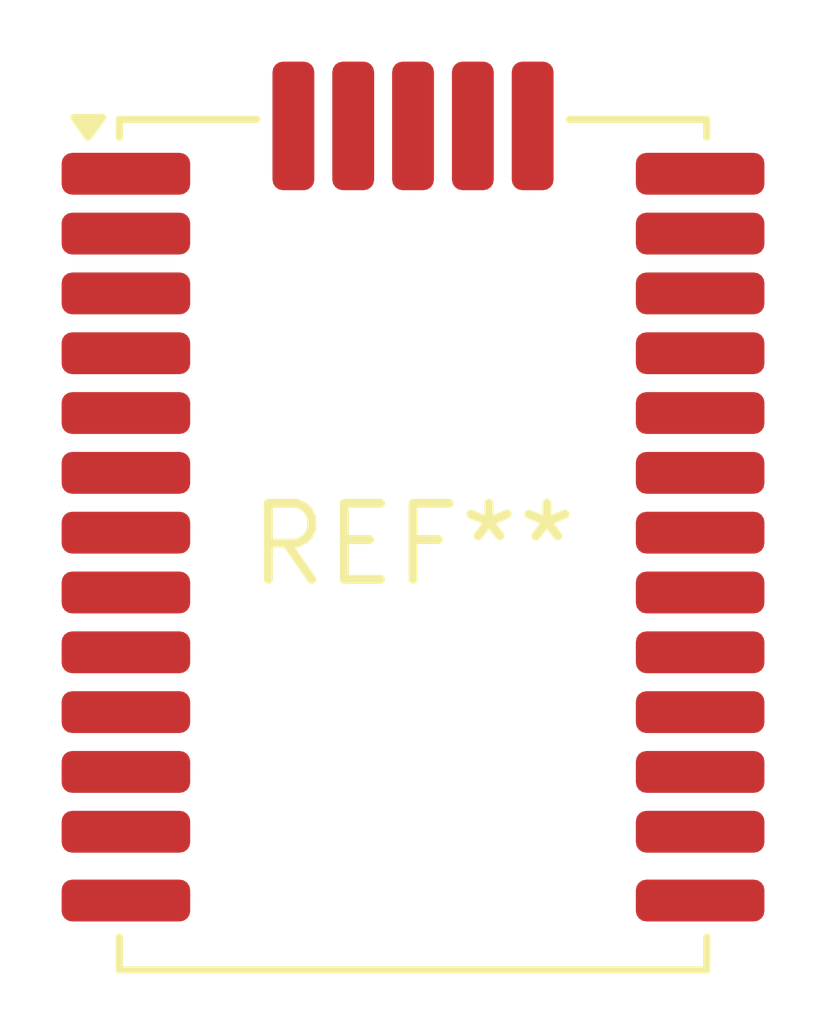
<source format=kicad_pcb>
(kicad_pcb (version 20240108) (generator pcbnew)
  (layers (0 "F.Cu" signal) (31 "B.Cu" signal) (34 "B.Paste" user) (35 "F.Paste" user) (36 "B.SilkS" user "B.Silkscreen") (37 "F.SilkS" user "F.Silkscreen") (38 "B.Mask" user) (39 "F.Mask" user) (44 "Edge.Cuts" user))
  (net 0 "")
  (footprint "Quectel_L96" (layer "F.Cu") (at 0 0)
    (property "Reference" "REF**")
    (property "Value" "Quectel_L96")
    (fp_line (start -4.91 -7.11) (end -2.61 -7.11) (layer "F.SilkS") (stroke (width 0.12)))
    (fp_line (start -4.91 -6.81) (end -4.91 -7.11) (layer "F.SilkS") (stroke (width 0.12)))
    (fp_line (start -4.91 7.11) (end -4.91 6.56) (layer "F.SilkS") (stroke (width 0.12)))
    (fp_line (start 2.61 -7.11) (end 4.91 -7.11) (layer "F.SilkS") (stroke (width 0.12)))
    (fp_line (start 4.91 -7.11) (end 4.91 -6.81) (layer "F.SilkS") (stroke (width 0.12)))
    (fp_line (start 4.91 7.11) (end -4.91 7.11) (layer "F.SilkS") (stroke (width 0.12)))
    (fp_line (start 4.91 7.11) (end 4.91 6.56) (layer "F.SilkS") (stroke (width 0.12)))
    (fp_poly (pts (xy -5.43 -6.81) (xy -5.67 -7.14) (xy -5.19 -7.14) (xy -5.43 -6.81)) (layer "F.SilkS") (stroke (width 0.12)) (fill solid))
    (pad "1" smd roundrect (at -4.8 -6.2) (size 2.15 0.7) (layers "F.Cu" "F.Paste" "F.Mask"))
    (pad "2" smd roundrect (at -4.8 -5.2) (size 2.15 0.7) (layers "F.Cu" "F.Paste" "F.Mask"))
    (pad "3" smd roundrect (at -4.8 -4.2) (size 2.15 0.7) (layers "F.Cu" "F.Paste" "F.Mask"))
    (pad "4" smd roundrect (at -4.8 -3.2) (size 2.15 0.7) (layers "F.Cu" "F.Paste" "F.Mask"))
    (pad "5" smd roundrect (at -4.8 -2.2) (size 2.15 0.7) (layers "F.Cu" "F.Paste" "F.Mask"))
    (pad "6" smd roundrect (at -4.8 -1.2) (size 2.15 0.7) (layers "F.Cu" "F.Paste" "F.Mask"))
    (pad "7" smd roundrect (at -4.8 -0.2) (size 2.15 0.7) (layers "F.Cu" "F.Paste" "F.Mask"))
    (pad "8" smd roundrect (at -4.8 0.8) (size 2.15 0.7) (layers "F.Cu" "F.Paste" "F.Mask"))
    (pad "9" smd roundrect (at -4.8 1.8) (size 2.15 0.7) (layers "F.Cu" "F.Paste" "F.Mask"))
    (pad "10" smd roundrect (at -4.8 2.8) (size 2.15 0.7) (layers "F.Cu" "F.Paste" "F.Mask"))
    (pad "11" smd roundrect (at -4.8 3.8) (size 2.15 0.7) (layers "F.Cu" "F.Paste" "F.Mask"))
    (pad "12" smd roundrect (at -4.8 4.8) (size 2.15 0.7) (layers "F.Cu" "F.Paste" "F.Mask"))
    (pad "13" smd roundrect (at -4.8 5.95) (size 2.15 0.7) (layers "F.Cu" "F.Paste" "F.Mask"))
    (pad "14" smd roundrect (at 4.8 5.95) (size 2.15 0.7) (layers "F.Cu" "F.Paste" "F.Mask"))
    (pad "15" smd roundrect (at 4.8 4.8) (size 2.15 0.7) (layers "F.Cu" "F.Paste" "F.Mask"))
    (pad "16" smd roundrect (at 4.8 3.8) (size 2.15 0.7) (layers "F.Cu" "F.Paste" "F.Mask"))
    (pad "17" smd roundrect (at 4.8 2.8) (size 2.15 0.7) (layers "F.Cu" "F.Paste" "F.Mask"))
    (pad "18" smd roundrect (at 4.8 1.8) (size 2.15 0.7) (layers "F.Cu" "F.Paste" "F.Mask"))
    (pad "19" smd roundrect (at 4.8 0.8) (size 2.15 0.7) (layers "F.Cu" "F.Paste" "F.Mask"))
    (pad "20" smd roundrect (at 4.8 -0.2) (size 2.15 0.7) (layers "F.Cu" "F.Paste" "F.Mask"))
    (pad "21" smd roundrect (at 4.8 -1.2) (size 2.15 0.7) (layers "F.Cu" "F.Paste" "F.Mask"))
    (pad "22" smd roundrect (at 4.8 -2.2) (size 2.15 0.7) (layers "F.Cu" "F.Paste" "F.Mask"))
    (pad "23" smd roundrect (at 4.8 -3.2) (size 2.15 0.7) (layers "F.Cu" "F.Paste" "F.Mask"))
    (pad "24" smd roundrect (at 4.8 -4.2) (size 2.15 0.7) (layers "F.Cu" "F.Paste" "F.Mask"))
    (pad "25" smd roundrect (at 4.8 -5.2) (size 2.15 0.7) (layers "F.Cu" "F.Paste" "F.Mask"))
    (pad "26" smd roundrect (at 4.8 -6.2) (size 2.15 0.7) (layers "F.Cu" "F.Paste" "F.Mask"))
    (pad "27" smd roundrect (at 2 -7 90) (size 2.15 0.7) (layers "F.Cu" "F.Paste" "F.Mask"))
    (pad "28" smd roundrect (at 1 -7 90) (size 2.15 0.7) (layers "F.Cu" "F.Paste" "F.Mask"))
    (pad "29" smd roundrect (at 0 -7 90) (size 2.15 0.7) (layers "F.Cu" "F.Paste" "F.Mask"))
    (pad "30" smd roundrect (at -1 -7 90) (size 2.15 0.7) (layers "F.Cu" "F.Paste" "F.Mask"))
    (pad "31" smd roundrect (at -2 -7 90) (size 2.15 0.7) (layers "F.Cu" "F.Paste" "F.Mask"))
  )
)
</source>
